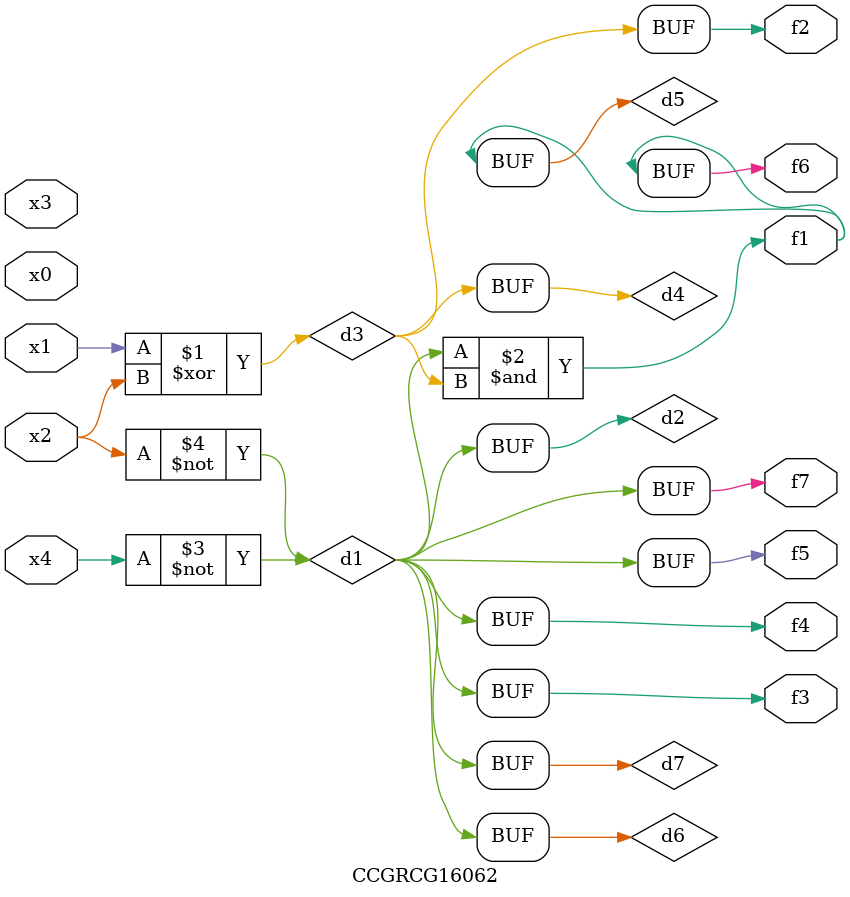
<source format=v>
module CCGRCG16062(
	input x0, x1, x2, x3, x4,
	output f1, f2, f3, f4, f5, f6, f7
);

	wire d1, d2, d3, d4, d5, d6, d7;

	not (d1, x4);
	not (d2, x2);
	xor (d3, x1, x2);
	buf (d4, d3);
	and (d5, d1, d3);
	buf (d6, d1, d2);
	buf (d7, d2);
	assign f1 = d5;
	assign f2 = d4;
	assign f3 = d7;
	assign f4 = d7;
	assign f5 = d7;
	assign f6 = d5;
	assign f7 = d7;
endmodule

</source>
